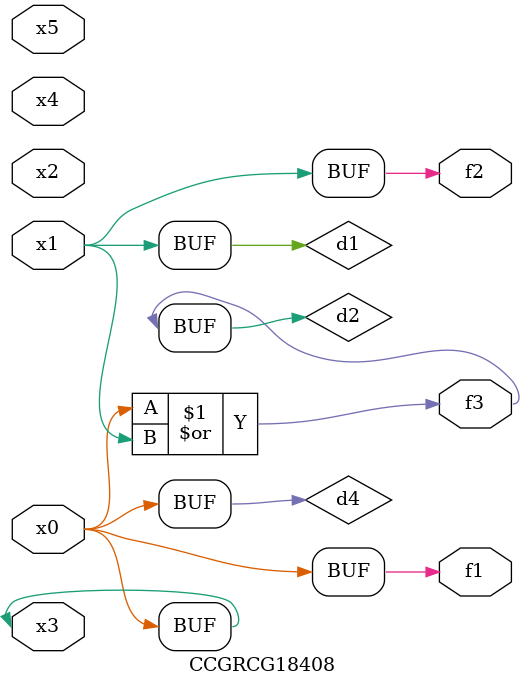
<source format=v>
module CCGRCG18408(
	input x0, x1, x2, x3, x4, x5,
	output f1, f2, f3
);

	wire d1, d2, d3, d4;

	and (d1, x1);
	or (d2, x0, x1);
	nand (d3, x0, x5);
	buf (d4, x0, x3);
	assign f1 = d4;
	assign f2 = d1;
	assign f3 = d2;
endmodule

</source>
